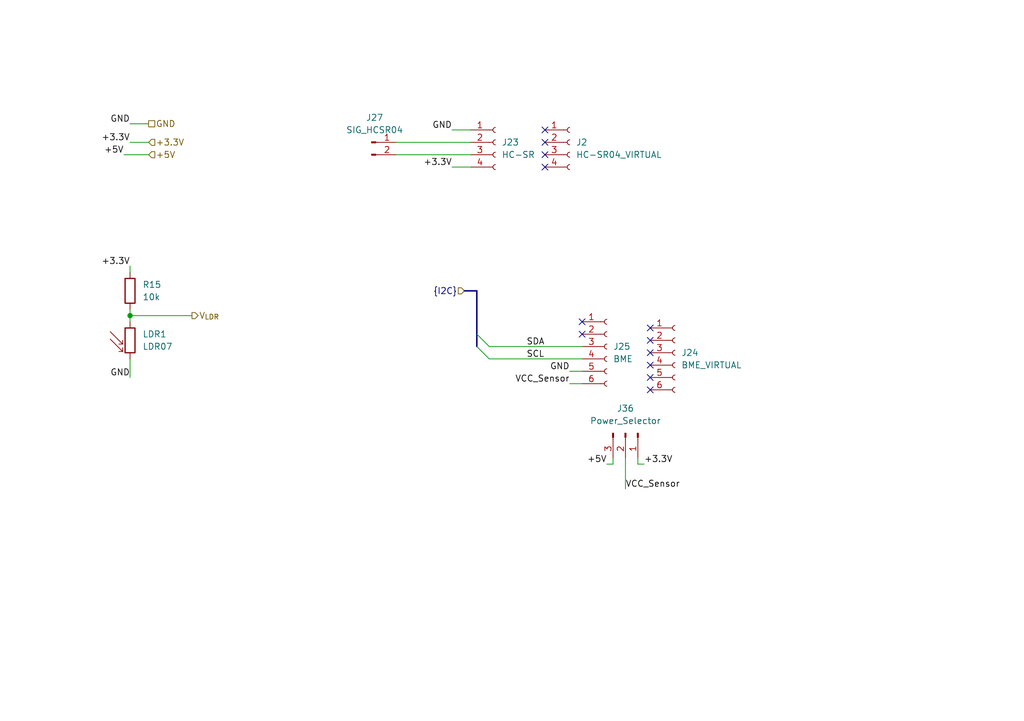
<source format=kicad_sch>
(kicad_sch (version 20231120) (generator "eeschema") (generator_version "8.0")
  (paper "A5")
  (title_block (title "Sensors") (date "2024-08-29") (rev "1.0") (company "Designed by CREPP-NLG"))
  (lib_symbols
    (symbol "Connector:Conn_01x02_Pin" (pin_names (offset 1.016) hide)
      (property "Reference" "J" (at 0 2.54 0))
      (property "Value" "Conn_01x02_Pin" (at 0 -5.08 0))
      (symbol "Conn_01x02_Pin_1_1"
        (polyline (pts (xy 1.27 -2.54) (xy 0.8636 -2.54)) (stroke (width 0.1524)))
        (polyline (pts (xy 1.27 0) (xy 0.8636 0)) (stroke (width 0.1524)))
        (rectangle (start 0.8636 -2.413) (end 0 -2.667) (stroke (width 0.1524)) (fill (type outline)))
        (rectangle (start 0.8636 0.127) (end 0 -0.127) (stroke (width 0.1524)) (fill (type outline)))
        (pin passive line (at 5.08 0 180) (length 3.81) (name "Pin_1") (number "1"))
        (pin passive line (at 5.08 -2.54 180) (length 3.81) (name "Pin_2") (number "2"))
      )
    )
    (symbol "Connector:Conn_01x03_Pin" (pin_names (offset 1.016) hide)
      (property "Reference" "J" (at 0 5.08 0))
      (property "Value" "Conn_01x03_Pin" (at 0 -5.08 0))
      (symbol "Conn_01x03_Pin_1_1"
        (polyline (pts (xy 1.27 -2.54) (xy 0.8636 -2.54)) (stroke (width 0.1524)))
        (polyline (pts (xy 1.27 0) (xy 0.8636 0)) (stroke (width 0.1524)))
        (polyline (pts (xy 1.27 2.54) (xy 0.8636 2.54)) (stroke (width 0.1524)))
        (rectangle (start 0.8636 -2.413) (end 0 -2.667) (stroke (width 0.1524)) (fill (type outline)))
        (rectangle (start 0.8636 0.127) (end 0 -0.127) (stroke (width 0.1524)) (fill (type outline)))
        (rectangle (start 0.8636 2.667) (end 0 2.413) (stroke (width 0.1524)) (fill (type outline)))
        (pin passive line (at 5.08 2.54 180) (length 3.81) (name "Pin_1") (number "1"))
        (pin passive line (at 5.08 0 180) (length 3.81) (name "Pin_2") (number "2"))
        (pin passive line (at 5.08 -2.54 180) (length 3.81) (name "Pin_3") (number "3"))
      )
    )
    (symbol "Connector:Conn_01x04_Socket" (pin_names (offset 1.016) hide)
      (property "Reference" "J" (at 0 5.08 0))
      (property "Value" "Conn_01x04_Socket" (at 0 -7.62 0))
      (symbol "Conn_01x04_Socket_1_1"
        (arc (start 0 -4.572) (mid -0.5058 -5.08) (end 0 -5.588) (stroke (width 0.1524)))
        (arc (start 0 -2.032) (mid -0.5058 -2.54) (end 0 -3.048) (stroke (width 0.1524)))
        (polyline (pts (xy -1.27 -5.08) (xy -0.508 -5.08)) (stroke (width 0.1524)))
        (polyline (pts (xy -1.27 -2.54) (xy -0.508 -2.54)) (stroke (width 0.1524)))
        (polyline (pts (xy -1.27 0) (xy -0.508 0)) (stroke (width 0.1524)))
        (polyline (pts (xy -1.27 2.54) (xy -0.508 2.54)) (stroke (width 0.1524)))
        (arc (start 0 0.508) (mid -0.5058 0) (end 0 -0.508) (stroke (width 0.1524)))
        (arc (start 0 3.048) (mid -0.5058 2.54) (end 0 2.032) (stroke (width 0.1524)))
        (pin passive line (at -5.08 2.54 0) (length 3.81) (name "Pin_1") (number "1"))
        (pin passive line (at -5.08 0 0) (length 3.81) (name "Pin_2") (number "2"))
        (pin passive line (at -5.08 -2.54 0) (length 3.81) (name "Pin_3") (number "3"))
        (pin passive line (at -5.08 -5.08 0) (length 3.81) (name "Pin_4") (number "4"))
      )
    )
    (symbol "Connector:Conn_01x06_Socket" (pin_names (offset 1.016) hide)
      (property "Reference" "J" (at 0 7.62 0))
      (property "Value" "Conn_01x06_Socket" (at 0 -10.16 0))
      (symbol "Conn_01x06_Socket_1_1"
        (arc (start 0 -7.112) (mid -0.5058 -7.62) (end 0 -8.128) (stroke (width 0.1524)))
        (arc (start 0 -4.572) (mid -0.5058 -5.08) (end 0 -5.588) (stroke (width 0.1524)))
        (arc (start 0 -2.032) (mid -0.5058 -2.54) (end 0 -3.048) (stroke (width 0.1524)))
        (polyline (pts (xy -1.27 -7.62) (xy -0.508 -7.62)) (stroke (width 0.1524)))
        (polyline (pts (xy -1.27 -5.08) (xy -0.508 -5.08)) (stroke (width 0.1524)))
        (polyline (pts (xy -1.27 -2.54) (xy -0.508 -2.54)) (stroke (width 0.1524)))
        (polyline (pts (xy -1.27 0) (xy -0.508 0)) (stroke (width 0.1524)))
        (polyline (pts (xy -1.27 2.54) (xy -0.508 2.54)) (stroke (width 0.1524)))
        (polyline (pts (xy -1.27 5.08) (xy -0.508 5.08)) (stroke (width 0.1524)))
        (arc (start 0 0.508) (mid -0.5058 0) (end 0 -0.508) (stroke (width 0.1524)))
        (arc (start 0 3.048) (mid -0.5058 2.54) (end 0 2.032) (stroke (width 0.1524)))
        (arc (start 0 5.588) (mid -0.5058 5.08) (end 0 4.572) (stroke (width 0.1524)))
        (pin passive line (at -5.08 5.08 0) (length 3.81) (name "Pin_1") (number "1"))
        (pin passive line (at -5.08 2.54 0) (length 3.81) (name "Pin_2") (number "2"))
        (pin passive line (at -5.08 0 0) (length 3.81) (name "Pin_3") (number "3"))
        (pin passive line (at -5.08 -2.54 0) (length 3.81) (name "Pin_4") (number "4"))
        (pin passive line (at -5.08 -5.08 0) (length 3.81) (name "Pin_5") (number "5"))
        (pin passive line (at -5.08 -7.62 0) (length 3.81) (name "Pin_6") (number "6"))
      )
    )
    (symbol "Device:R" (pin_numbers hide) (pin_names (offset 0))
      (property "Reference" "R" (at 2.032 0 90))
      (property "Value" "R" (at 0 0 90))
      (symbol "R_0_1"
        (rectangle (start -1.016 -2.54) (end 1.016 2.54) (stroke (width 0.254)))
      )
      (symbol "R_1_1"
        (pin passive line (at 0 3.81 270) (length 1.27) (name "~") (number "1"))
        (pin passive line (at 0 -3.81 90) (length 1.27) (name "~") (number "2"))
      )
    )
    (symbol "Sensor_Optical:LDR07" (pin_numbers hide) (pin_names (offset 0))
      (property "Reference" "R" (at -5.08 0 90))
      (property "Value" "LDR07" (at 1.905 0 90))
      (symbol "LDR07_0_1"
        (rectangle (start -1.016 2.54) (end 1.016 -2.54) (stroke (width 0.254)))
        (polyline (pts (xy -1.524 -2.286) (xy -4.064 0.254)))
        (polyline (pts (xy -1.524 -2.286) (xy -2.286 -2.286)))
        (polyline (pts (xy -1.524 -2.286) (xy -1.524 -1.524)))
        (polyline (pts (xy -1.524 -0.762) (xy -4.064 1.778)))
        (polyline (pts (xy -1.524 -0.762) (xy -2.286 -0.762)))
        (polyline (pts (xy -1.524 -0.762) (xy -1.524 0)))
      )
      (symbol "LDR07_1_1"
        (pin passive line (at 0 3.81 270) (length 1.27) (name "~") (number "1"))
        (pin passive line (at 0 -3.81 90) (length 1.27) (name "~") (number "2"))
      )
    )
  )
  (junction (at 26.67 64.77))
  (no_connect (at 133.35 80.01))
  (no_connect (at 133.35 77.47))
  (no_connect (at 119.38 68.58))
  (no_connect (at 111.76 34.29))
  (no_connect (at 133.35 67.31))
  (no_connect (at 133.35 72.39))
  (no_connect (at 119.38 66.04))
  (no_connect (at 133.35 69.85))
  (no_connect (at 133.35 74.93))
  (no_connect (at 111.76 29.21))
  (no_connect (at 111.76 31.75))
  (no_connect (at 111.76 26.67))
  (bus_entry (at 100.33 71.12) (size -2.54 -2.54))
  (bus_entry (at 100.33 73.66) (size -2.54 -2.54))
  (wire (pts (xy 116.84 78.74) (xy 119.38 78.74)))
  (wire (pts (xy 39.37 64.77) (xy 26.67 64.77)))
  (wire (pts (xy 26.67 64.77) (xy 26.67 66.04)))
  (wire (pts (xy 26.67 73.66) (xy 26.67 77.47)))
  (wire (pts (xy 130.81 93.98) (xy 130.81 95.25)))
  (wire (pts (xy 25.4 31.75) (xy 30.48 31.75)))
  (wire (pts (xy 92.71 34.29) (xy 96.52 34.29)))
  (wire (pts (xy 92.71 26.67) (xy 96.52 26.67)))
  (wire (pts (xy 130.81 95.25) (xy 132.08 95.25)))
  (bus (pts (xy 97.79 59.69) (xy 97.79 68.58)))
  (wire (pts (xy 81.28 29.21) (xy 96.52 29.21)))
  (wire (pts (xy 125.73 93.98) (xy 125.73 95.25)))
  (wire (pts (xy 128.27 93.98) (xy 128.27 100.33)))
  (wire (pts (xy 116.84 76.2) (xy 119.38 76.2)))
  (wire (pts (xy 26.67 64.77) (xy 26.67 63.5)))
  (wire (pts (xy 125.73 95.25) (xy 124.46 95.25)))
  (wire (pts (xy 81.28 31.75) (xy 96.52 31.75)))
  (wire (pts (xy 26.67 54.61) (xy 26.67 55.88)))
  (wire (pts (xy 26.67 29.21) (xy 30.48 29.21)))
  (bus (pts (xy 97.79 68.58) (xy 97.79 71.12)))
  (bus (pts (xy 95.25 59.69) (xy 97.79 59.69)))
  (wire (pts (xy 100.33 71.12) (xy 119.38 71.12)))
  (wire (pts (xy 100.33 73.66) (xy 119.38 73.66)))
  (wire (pts (xy 26.67 25.4) (xy 30.48 25.4)))
  (label "VCC_Sensor" (at 128.27 100.33 0))
  (label "+5V" (at 25.4 31.75 180))
  (label "+3.3V" (at 132.08 95.25 0))
  (label "+3.3V" (at 92.71 34.29 180))
  (label "GND" (at 116.84 76.2 180))
  (label "GND" (at 26.67 25.4 180))
  (label "SCL" (at 107.95 73.66 0))
  (label "SDA" (at 107.95 71.12 0))
  (label "+5V" (at 124.46 95.25 180))
  (label "+3.3V" (at 26.67 29.21 180))
  (label "GND" (at 92.71 26.67 180))
  (label "+3.3V" (at 26.67 54.61 180))
  (label "GND" (at 26.67 77.47 180))
  (label "VCC_Sensor" (at 116.84 78.74 180))
  (hierarchical_label "V_{LDR}" (shape output) (at 39.37 64.77 0))
  (hierarchical_label "{I2C}" (shape input) (at 95.25 59.69 180))
  (hierarchical_label "+5V" (shape input) (at 30.48 31.75 0))
  (hierarchical_label "GND" (shape passive) (at 30.48 25.4 0))
  (hierarchical_label "+3.3V" (shape input) (at 30.48 29.21 0))
  (symbol (lib_id "Connector:Conn_01x02_Pin") (at 76.2 29.21 0) (unit 1)
    (property "Reference" "J27" (at 76.835 24.13 0))
    (property "Value" "SIG_HCSR04" (at 76.835 26.67 0))
    (property "Footprint" "Connector_PinHeader_2.54mm:PinHeader_1x02_P2.54mm_Vertical" (effects (hide yes)))
    (property "Description" "Generic connector, single row, 01x02, script generated" (effects (hide yes)))
  )
  (symbol (lib_id "Connector:Conn_01x06_Socket") (at 138.43 72.39 0) (unit 1)
    (property "Reference" "J24" (at 139.7 72.3899 0) (effects (justify left)))
    (property "Value" "BME_VIRTUAL" (at 139.7 74.9299 0) (effects (justify left)))
    (property "Footprint" "Connector_PinSocket_2.54mm:PinSocket_1x06_P2.54mm_Vertical" (effects (hide yes)))
    (property "Description" "Generic connector, single row, 01x06, script generated" (effects (hide yes)))
  )
  (symbol (lib_id "Connector:Conn_01x03_Pin") (at 128.27 88.9 270) (unit 1)
    (property "Reference" "J36" (at 128.27 83.82 90))
    (property "Value" "Power_Selector" (at 128.27 86.36 90))
    (property "Footprint" "Connector_PinHeader_2.54mm:PinHeader_1x03_P2.54mm_Vertical" (effects (hide yes)))
    (property "Description" "Generic connector, single row, 01x03, script generated" (effects (hide yes)))
  )
  (symbol (lib_id "Connector:Conn_01x04_Socket") (at 101.6 29.21 0) (unit 1)
    (property "Reference" "J23" (at 102.87 29.2099 0) (effects (justify left)))
    (property "Value" "HC-SR" (at 102.87 31.7499 0) (effects (justify left)))
    (property "Footprint" "Connector_PinSocket_2.54mm:PinSocket_1x04_P2.54mm_Vertical" (effects (hide yes)))
    (property "Description" "Generic connector, single row, 01x04, script generated" (effects (hide yes)))
  )
  (symbol (lib_id "Sensor_Optical:LDR07") (at 26.67 69.85 0) (unit 1)
    (property "Reference" "LDR1" (at 29.21 68.5799 0) (effects (justify left)))
    (property "Value" "LDR07" (at 29.21 71.1199 0) (effects (justify left)))
    (property "Footprint" "OptoDevice:R_LDR_5.1x4.3mm_P3.4mm_Vertical" (effects (hide yes)))
    (property "Datasheet" "http://www.tme.eu/de/Document/f2e3ad76a925811312d226c31da4cd7e/LDR07.pdf" (effects (hide yes)))
    (property "Description" "light dependent resistor" (effects (hide yes)))
  )
  (symbol (lib_id "Connector:Conn_01x06_Socket") (at 124.46 71.12 0) (unit 1)
    (property "Reference" "J25" (at 125.73 71.1199 0) (effects (justify left)))
    (property "Value" "BME" (at 125.73 73.6599 0) (effects (justify left)))
    (property "Footprint" "Connector_PinSocket_2.54mm:PinSocket_1x06_P2.54mm_Vertical" (effects (hide yes)))
    (property "Description" "Generic connector, single row, 01x06, script generated" (effects (hide yes)))
  )
  (symbol (lib_id "Device:R") (at 26.67 59.69 0) (unit 1)
    (property "Reference" "R15" (at 29.21 58.4199 0) (effects (justify left)))
    (property "Value" "10k" (at 29.21 60.9599 0) (effects (justify left)))
    (property "Footprint" "Resistor_THT:R_Axial_DIN0207_L6.3mm_D2.5mm_P10.16mm_Horizontal" (effects (hide yes)))
  )
  (symbol (lib_id "Connector:Conn_01x04_Socket") (at 116.84 29.21 0) (unit 1)
    (property "Reference" "J2" (at 118.11 29.2099 0) (effects (justify left)))
    (property "Value" "HC-SR04_VIRTUAL" (at 118.11 31.7499 0) (effects (justify left)))
    (property "Footprint" "Connector_PinSocket_2.54mm:PinSocket_1x04_P2.54mm_Vertical" (effects (hide yes)))
    (property "Description" "Generic connector, single row, 01x04, script generated" (effects (hide yes)))
  )
)
</source>
